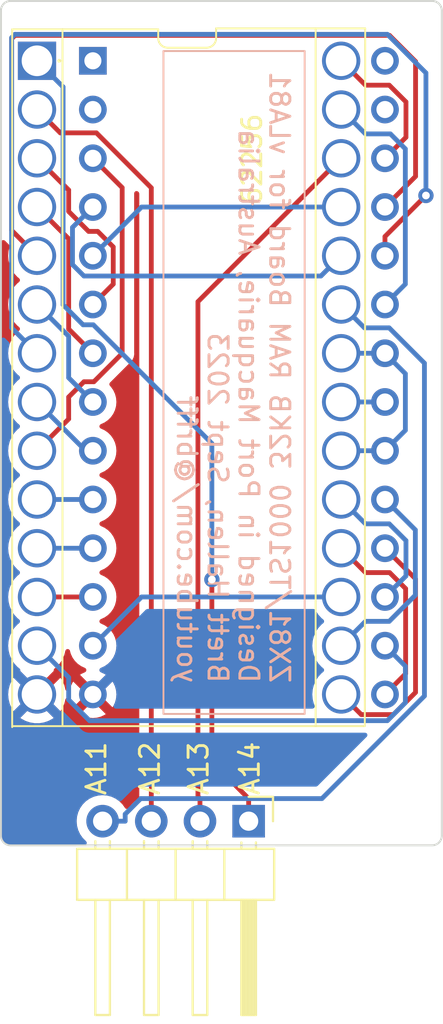
<source format=kicad_pcb>
(kicad_pcb (version 20241229) (generator "pcbnew") (generator_version "9.0")
  (title_block (title "ZX81/TS1000 32KB RAM Board") (date "2023-09-10") (rev "INITIAL") (company "Brett Hallen") (comment 1 "youtube.com/@brfff"))
  (layers (0 "F.Cu" signal) (2 "B.Cu" signal) (13 "F.Paste" user) (15 "B.Paste" user) (5 "F.SilkS" user "F.Silkscreen") (7 "B.SilkS" user "B.Silkscreen") (1 "F.Mask" user) (3 "B.Mask" user) (25 "Edge.Cuts" user))
  (net 0 "")
  (net 1 "/A05")
  (net 2 "/A06")
  (net 3 "/A07")
  (net 4 "/A08")
  (net 5 "/A09")
  (net 6 "/A10")
  (net 7 "/A11")
  (net 8 "/A12")
  (net 9 "/A13")
  (net 10 "/A14")
  (net 11 "/D0")
  (net 12 "/D1")
  (net 13 "/D2")
  (net 14 "/GND")
  (net 15 "/D3")
  (net 16 "/D4")
  (net 17 "/D5")
  (net 18 "/D6")
  (net 19 "/D7")
  (net 20 "/~{RAMCS}")
  (net 21 "/A00")
  (net 22 "/A01")
  (net 23 "/A02")
  (net 24 "/A03")
  (net 25 "/A04")
  (net 26 "/~{WR}")
  (net 27 "/+5V")
  (footprint "CluelessEngineer:DIP1587W140P254L3632H381Q28N" (layer "F.Cu") (at 150.815 71.628)
    (property "Reference" "IC1" (hide yes))
    (property "Value" "CY62256NLL-55SNXI" (hide yes))
    (fp_line (start -9.23 -18.15) (end -9.23 18.21) (stroke (width 0.1)) (layer "F.SilkS"))
    (fp_line (start -9.19 18.161) (end -6.604 18.161) (stroke (width 0.1)) (layer "F.SilkS"))
    (fp_line (start -6.604 18.161) (end -6.604 -18.161) (stroke (width 0.1)) (layer "F.SilkS"))
    (fp_line (start -6.604 18.161) (end 6.604 18.161) (stroke (width 0.1)) (layer "F.SilkS"))
    (fp_line (start -6.54 -18.15) (end -9.23 -18.15) (stroke (width 0.1)) (layer "F.SilkS"))
    (fp_line (start -6.54 -18.15) (end -1.61 -18.15) (stroke (width 0.1)) (layer "F.SilkS"))
    (fp_line (start -1.61 -18.15) (end -1.61 -17.69) (stroke (width 0.1)) (layer "F.SilkS"))
    (fp_line (start -1.11 -17.19) (end 0.91 -17.19) (stroke (width 0.1)) (layer "F.SilkS"))
    (fp_line (start 1.41 -18.2) (end 6.61 -18.2) (stroke (width 0.1)) (layer "F.SilkS"))
    (fp_line (start 1.41 -17.69) (end 1.41 -18.2) (stroke (width 0.1)) (layer "F.SilkS"))
    (fp_line (start 6.604 -18.161) (end 6.604 18.161) (stroke (width 0.1)) (layer "F.SilkS"))
    (fp_line (start 6.61 -18.2) (end 9.19 -18.2) (stroke (width 0.1)) (layer "F.SilkS"))
    (fp_line (start 9.17 18.161) (end 6.604 18.161) (stroke (width 0.1)) (layer "F.SilkS"))
    (fp_line (start 9.19 -18.2) (end 9.17 18.161) (stroke (width 0.1)) (layer "F.SilkS"))
    (fp_arc (start -1.11 -17.19) (mid -1.463553 -17.336447) (end -1.61 -17.69) (stroke (width 0.1)) (layer "F.SilkS"))
    (fp_arc (start 1.41 -17.69) (mid 1.263553 -17.336447) (end 0.91 -17.19) (stroke (width 0.1)) (layer "F.SilkS"))
    (pad "1" thru_hole rect (at -7.935 -16.51) (size 1.997 1.997) (drill 1.597) (layers "*.Cu" "*.Mask") (net 10 "/A14"))
    (pad "2" thru_hole circle (at -7.935 -13.97) (size 1.997 1.997) (drill 1.597) (layers "*.Cu" "*.Mask") (net 8 "/A12"))
    (pad "3" thru_hole circle (at -7.935 -11.43) (size 1.997 1.997) (drill 1.597) (layers "*.Cu" "*.Mask") (net 3 "/A07"))
    (pad "4" thru_hole circle (at -7.935 -8.89) (size 1.997 1.997) (drill 1.597) (layers "*.Cu" "*.Mask") (net 2 "/A06"))
    (pad "5" thru_hole circle (at -7.935 -6.35) (size 1.997 1.997) (drill 1.597) (layers "*.Cu" "*.Mask") (net 1 "/A05"))
    (pad "6" thru_hole circle (at -7.935 -3.81) (size 1.997 1.997) (drill 1.597) (layers "*.Cu" "*.Mask") (net 25 "/A04"))
    (pad "7" thru_hole circle (at -7.935 -1.27) (size 1.997 1.997) (drill 1.597) (layers "*.Cu" "*.Mask") (net 24 "/A03"))
    (pad "8" thru_hole circle (at -7.935 1.27) (size 1.997 1.997) (drill 1.597) (layers "*.Cu" "*.Mask") (net 23 "/A02"))
    (pad "9" thru_hole circle (at -7.935 3.81) (size 1.997 1.997) (drill 1.597) (layers "*.Cu" "*.Mask") (net 22 "/A01"))
    (pad "10" thru_hole circle (at -7.935 6.35) (size 1.997 1.997) (drill 1.597) (layers "*.Cu" "*.Mask") (net 21 "/A00"))
    (pad "11" thru_hole circle (at -7.935 8.89) (size 1.997 1.997) (drill 1.597) (layers "*.Cu" "*.Mask") (net 11 "/D0"))
    (pad "12" thru_hole circle (at -7.935 11.43) (size 1.997 1.997) (drill 1.597) (layers "*.Cu" "*.Mask") (net 12 "/D1"))
    (pad "13" thru_hole circle (at -7.935 13.97) (size 1.997 1.997) (drill 1.597) (layers "*.Cu" "*.Mask") (net 13 "/D2"))
    (pad "14" thru_hole circle (at -7.935 16.51) (size 1.997 1.997) (drill 1.597) (layers "*.Cu" "*.Mask") (net 14 "/GND"))
    (pad "15" thru_hole circle (at 7.935 16.51) (size 1.997 1.997) (drill 1.597) (layers "*.Cu" "*.Mask") (net 15 "/D3"))
    (pad "16" thru_hole circle (at 7.935 13.97) (size 1.997 1.997) (drill 1.597) (layers "*.Cu" "*.Mask") (net 16 "/D4"))
    (pad "17" thru_hole circle (at 7.935 11.43) (size 1.997 1.997) (drill 1.597) (layers "*.Cu" "*.Mask") (net 17 "/D5"))
    (pad "18" thru_hole circle (at 7.935 8.89) (size 1.997 1.997) (drill 1.597) (layers "*.Cu" "*.Mask") (net 18 "/D6"))
    (pad "19" thru_hole circle (at 7.935 6.35) (size 1.997 1.997) (drill 1.597) (layers "*.Cu" "*.Mask") (net 19 "/D7"))
    (pad "20" thru_hole circle (at 7.935 3.81) (size 1.997 1.997) (drill 1.597) (layers "*.Cu" "*.Mask") (net 20 "/~{RAMCS}"))
    (pad "21" thru_hole circle (at 7.935 1.27) (size 1.997 1.997) (drill 1.597) (layers "*.Cu" "*.Mask") (net 6 "/A10"))
    (pad "22" thru_hole circle (at 7.935 -1.27) (size 1.997 1.997) (drill 1.597) (layers "*.Cu" "*.Mask") (net 20 "/~{RAMCS}"))
    (pad "23" thru_hole circle (at 7.935 -3.81) (size 1.997 1.997) (drill 1.597) (layers "*.Cu" "*.Mask") (net 7 "/A11"))
    (pad "24" thru_hole circle (at 7.935 -6.35) (size 1.997 1.997) (drill 1.597) (layers "*.Cu" "*.Mask") (net 5 "/A09"))
    (pad "25" thru_hole circle (at 7.935 -8.89) (size 1.997 1.997) (drill 1.597) (layers "*.Cu" "*.Mask") (net 4 "/A08"))
    (pad "26" thru_hole circle (at 7.935 -11.43) (size 1.997 1.997) (drill 1.597) (layers "*.Cu" "*.Mask") (net 9 "/A13"))
    (pad "27" thru_hole circle (at 7.935 -13.97) (size 1.997 1.997) (drill 1.597) (layers "*.Cu" "*.Mask") (net 26 "/~{WR}"))
    (pad "28" thru_hole circle (at 7.935 -16.51) (size 1.997 1.997) (drill 1.597) (layers "*.Cu" "*.Mask") (net 27 "/+5V"))
  )
  (footprint "Connector_PinHeader_2.54mm:PinHeader_1x04_P2.54mm_Horizontal" (layer "F.Cu") (at 153.924 94.742 -90)
    (property "Reference" "J3" (hide yes))
    (property "Value" "Conn_01x04_Pin" (hide yes))
    (fp_line (start 1.44 8.95) (end 4.1 8.95) (stroke (width 0.12)) (layer "F.SilkS"))
    (fp_line (start 4.1 8.95) (end 4.1 -1.33) (stroke (width 0.12)) (layer "F.SilkS"))
    (fp_line (start 1.042929 8) (end 1.44 8) (stroke (width 0.12)) (layer "F.SilkS"))
    (fp_line (start 10.1 8) (end 4.1 8) (stroke (width 0.12)) (layer "F.SilkS"))
    (fp_line (start 1.042929 7.24) (end 1.44 7.24) (stroke (width 0.12)) (layer "F.SilkS"))
    (fp_line (start 4.1 7.24) (end 10.1 7.24) (stroke (width 0.12)) (layer "F.SilkS"))
    (fp_line (start 10.1 7.24) (end 10.1 8) (stroke (width 0.12)) (layer "F.SilkS"))
    (fp_line (start 1.44 6.35) (end 4.1 6.35) (stroke (width 0.12)) (layer "F.SilkS"))
    (fp_line (start 1.042929 5.46) (end 1.44 5.46) (stroke (width 0.12)) (layer "F.SilkS"))
    (fp_line (start 10.1 5.46) (end 4.1 5.46) (stroke (width 0.12)) (layer "F.SilkS"))
    (fp_line (start 1.042929 4.7) (end 1.44 4.7) (stroke (width 0.12)) (layer "F.SilkS"))
    (fp_line (start 4.1 4.7) (end 10.1 4.7) (stroke (width 0.12)) (layer "F.SilkS"))
    (fp_line (start 10.1 4.7) (end 10.1 5.46) (stroke (width 0.12)) (layer "F.SilkS"))
    (fp_line (start 1.44 3.81) (end 4.1 3.81) (stroke (width 0.12)) (layer "F.SilkS"))
    (fp_line (start 1.042929 2.92) (end 1.44 2.92) (stroke (width 0.12)) (layer "F.SilkS"))
    (fp_line (start 10.1 2.92) (end 4.1 2.92) (stroke (width 0.12)) (layer "F.SilkS"))
    (fp_line (start 1.042929 2.16) (end 1.44 2.16) (stroke (width 0.12)) (layer "F.SilkS"))
    (fp_line (start 4.1 2.16) (end 10.1 2.16) (stroke (width 0.12)) (layer "F.SilkS"))
    (fp_line (start 10.1 2.16) (end 10.1 2.92) (stroke (width 0.12)) (layer "F.SilkS"))
    (fp_line (start 1.44 1.27) (end 4.1 1.27) (stroke (width 0.12)) (layer "F.SilkS"))
    (fp_line (start 1.11 0.38) (end 1.44 0.38) (stroke (width 0.12)) (layer "F.SilkS"))
    (fp_line (start 10.1 0.38) (end 4.1 0.38) (stroke (width 0.12)) (layer "F.SilkS"))
    (fp_line (start 4.1 0.28) (end 10.1 0.28) (stroke (width 0.12)) (layer "F.SilkS"))
    (fp_line (start 4.1 0.16) (end 10.1 0.16) (stroke (width 0.12)) (layer "F.SilkS"))
    (fp_line (start 4.1 0.04) (end 10.1 0.04) (stroke (width 0.12)) (layer "F.SilkS"))
    (fp_line (start -1.27 0) (end -1.27 -1.27) (stroke (width 0.12)) (layer "F.SilkS"))
    (fp_line (start 4.1 -0.08) (end 10.1 -0.08) (stroke (width 0.12)) (layer "F.SilkS"))
    (fp_line (start 4.1 -0.2) (end 10.1 -0.2) (stroke (width 0.12)) (layer "F.SilkS"))
    (fp_line (start 4.1 -0.32) (end 10.1 -0.32) (stroke (width 0.12)) (layer "F.SilkS"))
    (fp_line (start 1.11 -0.38) (end 1.44 -0.38) (stroke (width 0.12)) (layer "F.SilkS"))
    (fp_line (start 4.1 -0.38) (end 10.1 -0.38) (stroke (width 0.12)) (layer "F.SilkS"))
    (fp_line (start 10.1 -0.38) (end 10.1 0.38) (stroke (width 0.12)) (layer "F.SilkS"))
    (fp_line (start -1.27 -1.27) (end 0 -1.27) (stroke (width 0.12)) (layer "F.SilkS"))
    (fp_line (start 1.44 -1.33) (end 1.44 8.95) (stroke (width 0.12)) (layer "F.SilkS"))
    (fp_line (start 4.1 -1.33) (end 1.44 -1.33) (stroke (width 0.12)) (layer "F.SilkS"))
    (pad "1" thru_hole rect (at 0 0 270) (size 1.7 1.7) (drill 1) (layers "*.Cu" "*.Mask") (net 10 "/A14"))
    (pad "2" thru_hole oval (at 0 2.54 270) (size 1.7 1.7) (drill 1) (layers "*.Cu" "*.Mask") (net 9 "/A13"))
    (pad "3" thru_hole oval (at 0 5.08 270) (size 1.7 1.7) (drill 1) (layers "*.Cu" "*.Mask") (net 8 "/A12"))
    (pad "4" thru_hole oval (at 0 7.62 270) (size 1.7 1.7) (drill 1) (layers "*.Cu" "*.Mask") (net 7 "/A11"))
  )
  (footprint "CluelessEngineer:828AG11DLF" (layer "F.Cu") (at 145.796 55.118 -90)
    (property "Reference" "J4" (hide yes))
    (property "Value" "828-AG11D-LF" (hide yes))
    (fp_line (start 0 1.8) (end 0 1.8) (stroke (width 0.1)) (layer "F.SilkS"))
    (fp_line (start 0 1.7) (end 0 1.7) (stroke (width 0.1)) (layer "F.SilkS"))
    (fp_arc (start 0 1.8) (mid -0.05 1.75) (end 0 1.7) (stroke (width 0.1)) (layer "F.SilkS"))
    (fp_arc (start 0 1.7) (mid 0.05 1.75) (end 0 1.8) (stroke (width 0.1)) (layer "F.SilkS"))
    (pad "1" thru_hole rect (at 0 0 270) (size 1.445 1.445) (drill 0.889) (layers "*.Cu" "*.Mask"))
    (pad "2" thru_hole circle (at 2.54 0 270) (size 1.445 1.445) (drill 0.889) (layers "*.Cu" "*.Mask"))
    (pad "3" thru_hole circle (at 5.08 0 270) (size 1.445 1.445) (drill 0.889) (layers "*.Cu" "*.Mask") (net 22 "/A01"))
    (pad "4" thru_hole circle (at 7.62 0 270) (size 1.445 1.445) (drill 0.889) (layers "*.Cu" "*.Mask") (net 5 "/A09"))
    (pad "5" thru_hole circle (at 10.16 0 270) (size 1.445 1.445) (drill 0.889) (layers "*.Cu" "*.Mask") (net 4 "/A08"))
    (pad "6" thru_hole circle (at 12.7 0 270) (size 1.445 1.445) (drill 0.889) (layers "*.Cu" "*.Mask") (net 3 "/A07"))
    (pad "7" thru_hole circle (at 15.24 0 270) (size 1.445 1.445) (drill 0.889) (layers "*.Cu" "*.Mask") (net 2 "/A06"))
    (pad "8" thru_hole circle (at 17.78 0 270) (size 1.445 1.445) (drill 0.889) (layers "*.Cu" "*.Mask") (net 25 "/A04"))
    (pad "9" thru_hole circle (at 20.32 0 270) (size 1.445 1.445) (drill 0.889) (layers "*.Cu" "*.Mask") (net 23 "/A02"))
    (pad "10" thru_hole circle (at 22.86 0 270) (size 1.445 1.445) (drill 0.889) (layers "*.Cu" "*.Mask") (net 21 "/A00"))
    (pad "11" thru_hole circle (at 25.4 0 270) (size 1.445 1.445) (drill 0.889) (layers "*.Cu" "*.Mask") (net 11 "/D0"))
    (pad "12" thru_hole circle (at 27.94 0 270) (size 1.445 1.445) (drill 0.889) (layers "*.Cu" "*.Mask") (net 12 "/D1"))
    (pad "13" thru_hole circle (at 30.48 0 270) (size 1.445 1.445) (drill 0.889) (layers "*.Cu" "*.Mask") (net 17 "/D5"))
    (pad "14" thru_hole circle (at 33.02 0 270) (size 1.445 1.445) (drill 0.889) (layers "*.Cu" "*.Mask") (net 14 "/GND"))
    (pad "15" thru_hole circle (at 33.02 -15.24 270) (size 1.445 1.445) (drill 0.889) (layers "*.Cu" "*.Mask") (net 18 "/D6"))
    (pad "16" thru_hole circle (at 30.48 -15.24 270) (size 1.445 1.445) (drill 0.889) (layers "*.Cu" "*.Mask") (net 13 "/D2"))
    (pad "17" thru_hole circle (at 27.94 -15.24 270) (size 1.445 1.445) (drill 0.889) (layers "*.Cu" "*.Mask") (net 19 "/D7"))
    (pad "18" thru_hole circle (at 25.4 -15.24 270) (size 1.445 1.445) (drill 0.889) (layers "*.Cu" "*.Mask") (net 15 "/D3"))
    (pad "19" thru_hole circle (at 22.86 -15.24 270) (size 1.445 1.445) (drill 0.889) (layers "*.Cu" "*.Mask") (net 16 "/D4"))
    (pad "20" thru_hole circle (at 20.32 -15.24 270) (size 1.445 1.445) (drill 0.889) (layers "*.Cu" "*.Mask") (net 20 "/~{RAMCS}"))
    (pad "21" thru_hole circle (at 17.78 -15.24 270) (size 1.445 1.445) (drill 0.889) (layers "*.Cu" "*.Mask") (net 6 "/A10"))
    (pad "22" thru_hole circle (at 15.24 -15.24 270) (size 1.445 1.445) (drill 0.889) (layers "*.Cu" "*.Mask") (net 20 "/~{RAMCS}"))
    (pad "23" thru_hole circle (at 12.7 -15.24 270) (size 1.445 1.445) (drill 0.889) (layers "*.Cu" "*.Mask") (net 26 "/~{WR}"))
    (pad "24" thru_hole circle (at 10.16 -15.24 270) (size 1.445 1.445) (drill 0.889) (layers "*.Cu" "*.Mask") (net 24 "/A03"))
    (pad "25" thru_hole circle (at 7.62 -15.24 270) (size 1.445 1.445) (drill 0.889) (layers "*.Cu" "*.Mask") (net 1 "/A05"))
    (pad "26" thru_hole circle (at 5.08 -15.24 270) (size 1.445 1.445) (drill 0.889) (layers "*.Cu" "*.Mask") (net 27 "/+5V"))
    (pad "27" thru_hole circle (at 2.54 -15.24 270) (size 1.445 1.445) (drill 0.889) (layers "*.Cu" "*.Mask"))
    (pad "28" thru_hole circle (at 0 -15.24 270) (size 1.445 1.445) (drill 0.889) (layers "*.Cu" "*.Mask"))
  )
  (gr_line (start 163.5 96) (end 141.5 96) (stroke (width 0.1)) (layer "Edge.Cuts"))
  (gr_arc (start 141 52.5) (mid 141.146447 52.146447) (end 141.5 52) (stroke (width 0.1)) (layer "Edge.Cuts"))
  (gr_arc (start 163.5 52) (mid 163.853553 52.146447) (end 164 52.5) (stroke (width 0.1)) (layer "Edge.Cuts"))
  (gr_arc (start 164 95.5) (mid 163.853553 95.853553) (end 163.5 96) (stroke (width 0.1)) (layer "Edge.Cuts"))
  (gr_line (start 141.5 52) (end 163.5 52) (stroke (width 0.1)) (layer "Edge.Cuts"))
  (gr_arc (start 141.5 96) (mid 141.146447 95.853553) (end 141 95.5) (stroke (width 0.1)) (layer "Edge.Cuts"))
  (gr_line (start 141 95.5) (end 141 52.5) (stroke (width 0.1)) (layer "Edge.Cuts"))
  (gr_line (start 164 52.5) (end 164 95.5) (stroke (width 0.1)) (layer "Edge.Cuts"))
  (gr_text "A13" (at 151.892 93.472 90) (layer "F.SilkS") (effects (font (size 1 1)) (justify left bottom)))
  (gr_text "62256" (at 154.686 62.738 90) (layer "F.SilkS") (effects (font (size 1 1)) (justify left bottom)))
  (gr_text "A11" (at 146.558 93.472 90) (layer "F.SilkS") (effects (font (size 1 1)) (justify left bottom)))
  (gr_text "A14" (at 154.559 93.472 90) (layer "F.SilkS") (effects (font (size 1 1)) (justify left bottom)))
  (gr_text "A12" (at 149.352 93.472 90) (layer "F.SilkS") (effects (font (size 1 1)) (justify left bottom)))
  (gr_text "ZX81/TS1000 32KB RAM Board for vLA81\nDesigned in Port Macquarie, Australia\nBrett Hallen, Sept 2023\nyoutube.com/@brfff" (at 150.114 87.63 270) (layer "B.SilkS") (effects (font (size 1 1)) (justify left bottom mirror)))
  (gr_text_box "" (start 149.479 54.61) (end 156.845 89.154) (margins 0.8 0.8 0.8 0.8) (layer "B.SilkS") (effects (font (size 1 1)) (justify left top mirror)) (border yes) (stroke (width 0.1)))
  (segment (start 141.555 53.9725) (end 141.555 63.9526) (width 0.25) (layer "F.Cu") (net 1))
  (segment (start 162.633 61.1406) (end 162.633 55.1539) (width 0.25) (layer "F.Cu") (net 1))
  (segment (start 141.734 53.7926) (end 141.555 53.9725) (width 0.25) (layer "F.Cu") (net 1))
  (segment (start 141.555 63.9526) (end 142.88 65.278) (width 0.25) (layer "F.Cu") (net 1))
  (segment (start 162.633 55.1539) (end 161.272 53.7926) (width 0.25) (layer "F.Cu") (net 1))
  (segment (start 161.036 62.738) (end 162.633 61.1406) (width 0.25) (layer "F.Cu") (net 1))
  (segment (start 161.272 53.7926) (end 141.734 53.7926) (width 0.25) (layer "F.Cu") (net 1))
  (segment (start 144.533 69.0952) (end 145.796 70.358) (width 0.25) (layer "F.Cu") (net 2))
  (segment (start 144.533 64.3912) (end 144.533 69.0952) (width 0.25) (layer "F.Cu") (net 2))
  (segment (start 142.88 62.738) (end 144.533 64.3912) (width 0.25) (layer "F.Cu") (net 2))
  (segment (start 146.858 64.8172) (end 146.858 66.756) (width 0.25) (layer "F.Cu") (net 3))
  (segment (start 146.858 66.756) (end 145.796 67.818) (width 0.25) (layer "F.Cu") (net 3))
  (segment (start 142.88 60.198) (end 144.533 61.851) (width 0.25) (layer "F.Cu") (net 3))
  (segment (start 146.049 64.008) (end 146.858 64.8172) (width 0.25) (layer "F.Cu") (net 3))
  (segment (start 144.533 61.851) (end 144.533 62.9692) (width 0.25) (layer "F.Cu") (net 3))
  (segment (start 144.533 62.9692) (end 145.572 64.008) (width 0.25) (layer "F.Cu") (net 3))
  (segment (start 145.572 64.008) (end 146.049 64.008) (width 0.25) (layer "F.Cu") (net 3))
  (segment (start 158.75 62.738) (end 148.336 62.738) (width 0.25) (layer "B.Cu") (net 4))
  (segment (start 148.336 62.738) (end 145.796 65.278) (width 0.25) (layer "B.Cu") (net 4))
  (segment (start 144.732 63.8017) (end 145.796 62.738) (width 0.25) (layer "B.Cu") (net 5))
  (segment (start 157.695 66.3331) (end 145.33 66.3331) (width 0.25) (layer "B.Cu") (net 5))
  (segment (start 144.732 65.7359) (end 144.732 63.8017) (width 0.25) (layer "B.Cu") (net 5))
  (segment (start 158.75 65.278) (end 157.695 66.3331) (width 0.25) (layer "B.Cu") (net 5))
  (segment (start 145.33 66.3331) (end 144.732 65.7359) (width 0.25) (layer "B.Cu") (net 5))
  (segment (start 158.75 72.898) (end 161.036 72.898) (width 0.25) (layer "B.Cu") (net 6))
  (segment (start 147.481 94.742) (end 147.481 94.3741) (width 0.25) (layer "B.Cu") (net 7))
  (segment (start 157.747 93.5651) (end 163.095 88.2171) (width 0.25) (layer "B.Cu") (net 7))
  (segment (start 146.304 94.742) (end 147.481 94.742) (width 0.25) (layer "B.Cu") (net 7))
  (segment (start 161.255 69.0341) (end 159.966 69.0341) (width 0.25) (layer "B.Cu") (net 7))
  (segment (start 163.095 88.2171) (end 163.095 70.8746) (width 0.25) (layer "B.Cu") (net 7))
  (segment (start 159.966 69.0341) (end 158.75 67.818) (width 0.25) (layer "B.Cu") (net 7))
  (segment (start 148.29 93.5651) (end 157.747 93.5651) (width 0.25) (layer "B.Cu") (net 7))
  (segment (start 147.481 94.3741) (end 148.29 93.5651) (width 0.25) (layer "B.Cu") (net 7))
  (segment (start 163.095 70.8746) (end 161.255 69.0341) (width 0.25) (layer "B.Cu") (net 7))
  (segment (start 144.096 58.8741) (end 142.88 57.658) (width 0.25) (layer "F.Cu") (net 8))
  (segment (start 145.981 58.8741) (end 144.096 58.8741) (width 0.25) (layer "F.Cu") (net 8))
  (segment (start 148.844 61.7371) (end 145.981 58.8741) (width 0.25) (layer "F.Cu") (net 8))
  (segment (start 148.844 94.742) (end 148.844 61.7371) (width 0.25) (layer "F.Cu") (net 8))
  (segment (start 151.278 67.6703) (end 158.75 60.198) (width 0.25) (layer "F.Cu") (net 9))
  (segment (start 151.384 94.742) (end 151.384 93.5651) (width 0.25) (layer "F.Cu") (net 9))
  (segment (start 151.278 93.4588) (end 151.278 67.6703) (width 0.25) (layer "F.Cu") (net 9))
  (segment (start 151.384 93.5651) (end 151.278 93.4588) (width 0.25) (layer "F.Cu") (net 9))
  (segment (start 153.924 93.5651) (end 152.005 91.6457) (width 0.25) (layer "F.Cu") (net 10))
  (segment (start 152.005 91.6457) (end 152.005 82.1497) (width 0.25) (layer "F.Cu") (net 10))
  (segment (start 153.924 94.742) (end 153.924 93.5651) (width 0.25) (layer "F.Cu") (net 10))
  (via (at 152.005 82.1497) (size 0.8) (drill 0.4) (layers "F.Cu" "B.Cu") (net 10))
  (segment (start 144.243 67.8351) (end 144.243 56.4811) (width 0.25) (layer "B.Cu") (net 10))
  (segment (start 152.005 82.1497) (end 152.005 75.0608) (width 0.25) (layer "B.Cu") (net 10))
  (segment (start 145.284 68.8759) (end 144.243 67.8351) (width 0.25) (layer "B.Cu") (net 10))
  (segment (start 152.005 75.0608) (end 145.82 68.8759) (width 0.25) (layer "B.Cu") (net 10))
  (segment (start 144.243 56.4811) (end 142.88 55.118) (width 0.25) (layer "B.Cu") (net 10))
  (segment (start 145.82 68.8759) (end 145.284 68.8759) (width 0.25) (layer "B.Cu") (net 10))
  (segment (start 142.88 80.518) (end 145.796 80.518) (width 0.25) (layer "B.Cu") (net 11))
  (segment (start 142.88 83.058) (end 145.796 83.058) (width 0.25) (layer "F.Cu") (net 12))
  (segment (start 144.533 87.2512) (end 142.88 85.598) (width 0.25) (layer "B.Cu") (net 13))
  (segment (start 145.621 89.5044) (end 144.533 88.417) (width 0.25) (layer "B.Cu") (net 13))
  (segment (start 161.162 89.5044) (end 145.621 89.5044) (width 0.25) (layer "B.Cu") (net 13))
  (segment (start 162.101 86.6633) (end 162.101 88.5656) (width 0.25) (layer "B.Cu") (net 13))
  (segment (start 161.036 85.598) (end 162.101 86.6633) (width 0.25) (layer "B.Cu") (net 13))
  (segment (start 144.533 88.417) (end 144.533 87.2512) (width 0.25) (layer "B.Cu") (net 13))
  (segment (start 162.101 88.5656) (end 161.162 89.5044) (width 0.25) (layer "B.Cu") (net 13))
  (segment (start 161.474 89.1876) (end 162.631 88.0309) (width 0.25) (layer "F.Cu") (net 15))
  (segment (start 158.75 88.138) (end 159.8 89.1876) (width 0.25) (layer "F.Cu") (net 15))
  (segment (start 162.631 82.113) (end 161.036 80.518) (width 0.25) (layer "F.Cu") (net 15))
  (segment (start 159.8 89.1876) (end 161.474 89.1876) (width 0.25) (layer "F.Cu") (net 15))
  (segment (start 162.631 88.0309) (end 162.631 82.113) (width 0.25) (layer "F.Cu") (net 15))
  (segment (start 161.036 77.978) (end 162.621 79.563) (width 0.25) (layer "B.Cu") (net 16))
  (segment (start 162.621 82.965) (end 161.258 84.328) (width 0.25) (layer "B.Cu") (net 16))
  (segment (start 162.621 79.563) (end 162.621 82.965) (width 0.25) (layer "B.Cu") (net 16))
  (segment (start 160.02 84.328) (end 158.75 85.598) (width 0.25) (layer "B.Cu") (net 16))
  (segment (start 161.258 84.328) (end 160.02 84.328) (width 0.25) (layer "B.Cu") (net 16))
  (segment (start 158.75 83.058) (end 148.336 83.058) (width 0.25) (layer "B.Cu") (net 17))
  (segment (start 148.336 83.058) (end 145.796 85.598) (width 0.25) (layer "B.Cu") (net 17))
  (segment (start 161.279 81.788) (end 162.114 82.623) (width 0.25) (layer "F.Cu") (net 18))
  (segment (start 162.114 82.623) (end 162.114 87.0602) (width 0.25) (layer "F.Cu") (net 18))
  (segment (start 162.114 87.0602) (end 161.036 88.138) (width 0.25) (layer "F.Cu") (net 18))
  (segment (start 158.75 80.518) (end 160.02 81.788) (width 0.25) (layer "F.Cu") (net 18))
  (segment (start 160.02 81.788) (end 161.279 81.788) (width 0.25) (layer "F.Cu") (net 18))
  (segment (start 158.75 77.978) (end 160.02 79.248) (width 0.25) (layer "B.Cu") (net 19))
  (segment (start 160.02 79.248) (end 161.259 79.248) (width 0.25) (layer "B.Cu") (net 19))
  (segment (start 162.132 81.9625) (end 161.036 83.058) (width 0.25) (layer "B.Cu") (net 19))
  (segment (start 162.132 80.1206) (end 162.132 81.9625) (width 0.25) (layer "B.Cu") (net 19))
  (segment (start 161.259 79.248) (end 162.132 80.1206) (width 0.25) (layer "B.Cu") (net 19))
  (segment (start 162.1 71.4221) (end 162.1 74.3739) (width 0.25) (layer "B.Cu") (net 20))
  (segment (start 158.75 75.438) (end 161.036 75.438) (width 0.25) (layer "B.Cu") (net 20))
  (segment (start 162.1 74.3739) (end 161.036 75.438) (width 0.25) (layer "B.Cu") (net 20))
  (segment (start 158.75 70.358) (end 161.036 70.358) (width 0.25) (layer "B.Cu") (net 20))
  (segment (start 161.036 70.358) (end 162.1 71.4221) (width 0.25) (layer "B.Cu") (net 20))
  (segment (start 142.88 77.978) (end 145.796 77.978) (width 0.25) (layer "B.Cu") (net 21))
  (segment (start 145.33 71.8429) (end 144.533 72.6392) (width 0.25) (layer "F.Cu") (net 22))
  (segment (start 145.796 60.198) (end 147.324 61.7259) (width 0.25) (layer "F.Cu") (net 22))
  (segment (start 145.849 71.8429) (end 145.33 71.8429) (width 0.25) (layer "F.Cu") (net 22))
  (segment (start 144.533 72.6392) (end 144.533 73.7848) (width 0.25) (layer "F.Cu") (net 22))
  (segment (start 144.533 73.7848) (end 142.88 75.438) (width 0.25) (layer "F.Cu") (net 22))
  (segment (start 147.324 61.7259) (end 147.324 70.3677) (width 0.25) (layer "F.Cu") (net 22))
  (segment (start 147.324 70.3677) (end 145.849 71.8429) (width 0.25) (layer "F.Cu") (net 22))
  (segment (start 145.42 75.438) (end 145.796 75.438) (width 0.25) (layer "B.Cu") (net 23))
  (segment (start 142.88 72.898) (end 145.42 75.438) (width 0.25) (layer "B.Cu") (net 23))
  (segment (start 163.174 62.1378) (end 161.036 64.2754) (width 0.25) (layer "F.Cu") (net 24))
  (segment (start 161.036 64.2754) (end 161.036 65.278) (width 0.25) (layer "F.Cu") (net 24))
  (via (at 163.174 62.1378) (size 0.8) (drill 0.4) (layers "F.Cu" "B.Cu") (net 24))
  (segment (start 142.88 70.358) (end 141.555 69.0326) (width 0.25) (layer "B.Cu") (net 24))
  (segment (start 141.555 53.9146) (end 141.731 53.7385) (width 0.25) (layer "B.Cu") (net 24))
  (segment (start 141.555 69.0326) (end 141.555 53.9146) (width 0.25) (layer "B.Cu") (net 24))
  (segment (start 163.174 55.75) (end 163.174 62.1378) (width 0.25) (layer "B.Cu") (net 24))
  (segment (start 161.162 53.7385) (end 163.174 55.75) (width 0.25) (layer "B.Cu") (net 24))
  (segment (start 141.731 53.7385) (end 161.162 53.7385) (width 0.25) (layer "B.Cu") (net 24))
  (segment (start 142.88 67.818) (end 144.533 69.4712) (width 0.25) (layer "B.Cu") (net 25))
  (segment (start 144.533 69.4712) (end 144.533 71.6352) (width 0.25) (layer "B.Cu") (net 25))
  (segment (start 144.533 71.6352) (end 145.796 72.898) (width 0.25) (layer "B.Cu") (net 25))
  (segment (start 160.02 58.928) (end 161.32 58.928) (width 0.25) (layer "B.Cu") (net 26))
  (segment (start 158.75 57.658) (end 160.02 58.928) (width 0.25) (layer "B.Cu") (net 26))
  (segment (start 162.098 59.707) (end 162.098 66.7555) (width 0.25) (layer "B.Cu") (net 26))
  (segment (start 161.32 58.928) (end 162.098 59.707) (width 0.25) (layer "B.Cu") (net 26))
  (segment (start 162.098 66.7555) (end 161.036 67.818) (width 0.25) (layer "B.Cu") (net 26))
  (segment (start 162.132 59.1025) (end 161.036 60.198) (width 0.25) (layer "F.Cu") (net 27))
  (segment (start 160.02 56.388) (end 161.259 56.388) (width 0.25) (layer "F.Cu") (net 27))
  (segment (start 158.75 55.118) (end 160.02 56.388) (width 0.25) (layer "F.Cu") (net 27))
  (segment (start 162.132 57.2606) (end 162.132 59.1025) (width 0.25) (layer "F.Cu") (net 27))
  (segment (start 161.259 56.388) (end 162.132 57.2606) (width 0.25) (layer "F.Cu") (net 27))
  (zone (net 14) (net_name "/GND") (layers "F.Cu" "B.Cu") (connect_pads (clearance 0.5)) (min_thickness 0.25) (fill yes (thermal_gap 0.5) (thermal_bridge_width 0.5))
    (polygon (pts (xy 164.084 96.012) (xy 140.97 96.012) (xy 140.97 52.07) (xy 164.084 52.07)))
  )
)
</source>
